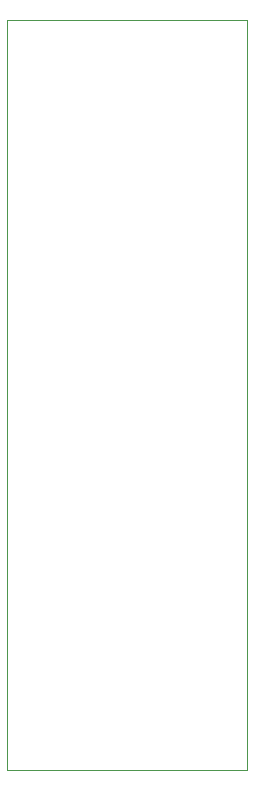
<source format=gbr>
G04 (created by PCBNEW (2013-03-31 BZR 4008)-stable) date 8/2/2013 1:38:20 PM*
%MOIN*%
G04 Gerber Fmt 3.4, Leading zero omitted, Abs format*
%FSLAX34Y34*%
G01*
G70*
G90*
G04 APERTURE LIST*
%ADD10C,0.006*%
%ADD11C,0.00393701*%
G04 APERTURE END LIST*
G54D10*
G54D11*
X11500Y-33500D02*
X11500Y-8500D01*
X19500Y-33500D02*
X11500Y-33500D01*
X19500Y-8500D02*
X19500Y-33500D01*
X11500Y-8500D02*
X19500Y-8500D01*
M02*

</source>
